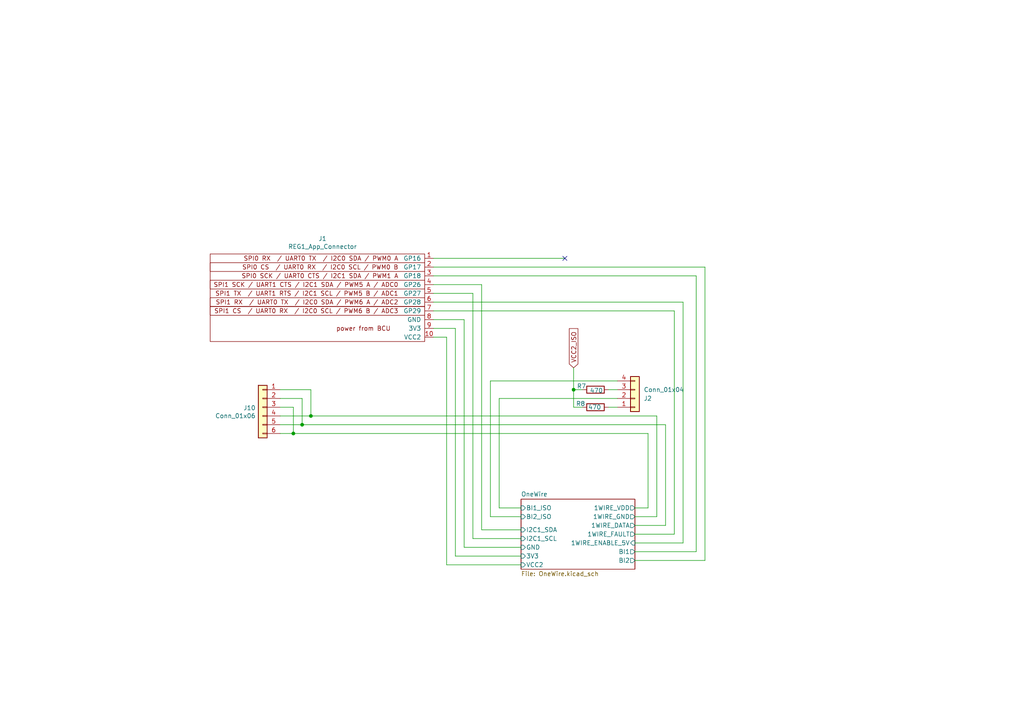
<source format=kicad_sch>
(kicad_sch (version 20250114) (generator "eeschema") (generator_version "9.0")
  (paper "A4")
  (lib_symbols
    (symbol "Connector_Generic:Conn_01x04" (pin_names (offset 1.016) (hide yes))
      (property "Reference" "J" (at 0 5.08 0))
      (property "Value" "Conn_01x04" (at 0 -7.62 0))
      (symbol "Conn_01x04_1_1"
        (rectangle (start -1.27 3.81) (end 1.27 -6.35) (stroke (width 0.254)) (fill (type background)))
        (rectangle (start -1.27 2.667) (end 0 2.413) (stroke (width 0.1524)))
        (rectangle (start -1.27 0.127) (end 0 -0.127) (stroke (width 0.1524)))
        (rectangle (start -1.27 -2.413) (end 0 -2.667) (stroke (width 0.1524)))
        (rectangle (start -1.27 -4.953) (end 0 -5.207) (stroke (width 0.1524)))
        (pin passive line (at -5.08 2.54 0) (length 3.81) (name "Pin_1") (number "1"))
        (pin passive line (at -5.08 0 0) (length 3.81) (name "Pin_2") (number "2"))
        (pin passive line (at -5.08 -2.54 0) (length 3.81) (name "Pin_3") (number "3"))
        (pin passive line (at -5.08 -5.08 0) (length 3.81) (name "Pin_4") (number "4"))
      )
    )
    (symbol "Connector_Generic:Conn_01x06" (pin_names (offset 1.016) (hide yes))
      (property "Reference" "J" (at 0 7.62 0))
      (property "Value" "Conn_01x06" (at 0 -10.16 0))
      (symbol "Conn_01x06_1_1"
        (rectangle (start -1.27 6.35) (end 1.27 -8.89) (stroke (width 0.254)) (fill (type background)))
        (rectangle (start -1.27 5.207) (end 0 4.953) (stroke (width 0.1524)))
        (rectangle (start -1.27 2.667) (end 0 2.413) (stroke (width 0.1524)))
        (rectangle (start -1.27 0.127) (end 0 -0.127) (stroke (width 0.1524)))
        (rectangle (start -1.27 -2.413) (end 0 -2.667) (stroke (width 0.1524)))
        (rectangle (start -1.27 -4.953) (end 0 -5.207) (stroke (width 0.1524)))
        (rectangle (start -1.27 -7.493) (end 0 -7.747) (stroke (width 0.1524)))
        (pin passive line (at -5.08 5.08 0) (length 3.81) (name "Pin_1") (number "1"))
        (pin passive line (at -5.08 2.54 0) (length 3.81) (name "Pin_2") (number "2"))
        (pin passive line (at -5.08 0 0) (length 3.81) (name "Pin_3") (number "3"))
        (pin passive line (at -5.08 -2.54 0) (length 3.81) (name "Pin_4") (number "4"))
        (pin passive line (at -5.08 -5.08 0) (length 3.81) (name "Pin_5") (number "5"))
        (pin passive line (at -5.08 -7.62 0) (length 3.81) (name "Pin_6") (number "6"))
      )
    )
    (symbol "Device:R" (pin_numbers (hide yes)) (pin_names (offset 0))
      (property "Reference" "R" (at 2.032 0 90))
      (property "Value" "R" (at 0 0 90))
      (symbol "R_0_1"
        (rectangle (start -1.016 -2.54) (end 1.016 2.54) (stroke (width 0.254)))
      )
      (symbol "R_1_1"
        (pin passive line (at 0 3.81 270) (length 1.27) (name "~") (number "1"))
        (pin passive line (at 0 -3.81 90) (length 1.27) (name "~") (number "2"))
      )
    )
    (symbol "OpenKNX:REG1_App_Connector" (pin_names (offset 1.016))
      (property "Reference" "J" (at 10.16 13.97 0))
      (property "Value" "REG1_App_Connector" (at 1.27 -13.97 0))
      (symbol "REG1_App_Connector_0_0"
        (rectangle (start -49.53 -2.54) (end 12.7 0))
        (rectangle (start 12.7 12.7) (end -49.53 -12.7))
        (rectangle (start 12.7 10.16) (end -49.53 7.62))
        (rectangle (start 12.7 2.54) (end -49.53 5.08))
        (rectangle (start 12.7 -5.08) (end -49.53 -2.54))
        (text "power from BCU" (at -5.08 -8.89 0) (effects (font (size 1.27 1.27))))
        (text "SPI0 RX  / UART0 TX  / I2C0 SDA / PWM0 A" (at 5.08 11.43 0) (effects (font (size 1.27 1.27)) (justify right)))
        (text "SPI0 CS  / UART0 RX  / I2C0 SCL / PWM0 B" (at 5.08 8.89 0) (effects (font (size 1.27 1.27)) (justify right)))
        (text "SPI0 SCK / UART0 CTS / I2C1 SDA / PWM1 A" (at 5.08 6.35 0) (effects (font (size 1.27 1.27)) (justify right)))
        (text "SPI1 SCK / UART1 CTS / I2C1 SDA / PWM5 A / ADC0" (at 5.08 3.81 0) (effects (font (size 1.27 1.27)) (justify right)))
        (text "SPI1 TX  / UART1 RTS / I2C1 SCL / PWM5 B / ADC1" (at 5.08 1.27 0) (effects (font (size 1.27 1.27)) (justify right)))
        (text "SPI1 RX  / UART0 TX  / I2C0 SDA / PWM6 A / ADC2" (at 5.08 -1.27 0) (effects (font (size 1.27 1.27)) (justify right)))
        (text "SPI1 CS  / UART0 RX  / I2C0 SCL / PWM6 B / ADC3" (at 5.08 -3.81 0) (effects (font (size 1.27 1.27)) (justify right)))
      )
      (symbol "REG1_App_Connector_1_1"
        (pin bidirectional line (at 15.24 11.43 180) (length 2.54) (name "GP16") (number "1"))
        (pin bidirectional line (at 15.24 8.89 180) (length 2.54) (name "GP17") (number "2"))
        (pin bidirectional line (at 15.24 6.35 180) (length 2.54) (name "GP18") (number "3"))
        (pin bidirectional line (at 15.24 3.81 180) (length 2.54) (name "GP26") (number "4"))
        (pin bidirectional line (at 15.24 1.27 180) (length 2.54) (name "GP27") (number "5"))
        (pin bidirectional line (at 15.24 -1.27 180) (length 2.54) (name "GP28") (number "6"))
        (pin bidirectional line (at 15.24 -3.81 180) (length 2.54) (name "GP29") (number "7"))
        (pin power_out line (at 15.24 -6.35 180) (length 2.54) (name "GND") (number "8"))
        (pin power_out line (at 15.24 -8.89 180) (length 2.54) (name "3V3") (number "9"))
        (pin power_out line (at 15.24 -11.43 180) (length 2.54) (name "VCC2") (number "10"))
      )
    )
  )
  (junction (at 85.09 125.73))
  (junction (at 90.17 120.65))
  (junction (at 166.37 113.03))
  (junction (at 87.63 123.19))
  (no_connect (at 163.83 74.93))
  (wire (pts (xy 184.15 160.02) (xy 201.93 160.02)))
  (wire (pts (xy 201.93 160.02) (xy 201.93 80.01)))
  (wire (pts (xy 166.37 118.11) (xy 166.37 113.03)))
  (wire (pts (xy 137.16 85.09) (xy 125.73 85.09)))
  (wire (pts (xy 139.7 82.55) (xy 125.73 82.55)))
  (wire (pts (xy 132.08 161.29) (xy 151.13 161.29)))
  (wire (pts (xy 139.7 153.67) (xy 151.13 153.67)))
  (wire (pts (xy 81.28 120.65) (xy 90.17 120.65)))
  (wire (pts (xy 81.28 123.19) (xy 87.63 123.19)))
  (wire (pts (xy 134.62 92.71) (xy 125.73 92.71)))
  (wire (pts (xy 193.04 123.19) (xy 193.04 152.4)))
  (wire (pts (xy 129.54 97.79) (xy 125.73 97.79)))
  (wire (pts (xy 90.17 113.03) (xy 90.17 120.65)))
  (wire (pts (xy 166.37 113.03) (xy 168.91 113.03)))
  (wire (pts (xy 90.17 120.65) (xy 190.5 120.65)))
  (wire (pts (xy 195.58 154.94) (xy 184.15 154.94)))
  (wire (pts (xy 139.7 82.55) (xy 139.7 153.67)))
  (wire (pts (xy 87.63 123.19) (xy 87.63 115.57)))
  (wire (pts (xy 204.47 162.56) (xy 204.47 77.47)))
  (wire (pts (xy 129.54 163.83) (xy 151.13 163.83)))
  (wire (pts (xy 187.96 125.73) (xy 187.96 147.32)))
  (wire (pts (xy 87.63 123.19) (xy 193.04 123.19)))
  (wire (pts (xy 134.62 92.71) (xy 134.62 158.75)))
  (wire (pts (xy 142.24 110.49) (xy 142.24 149.86)))
  (wire (pts (xy 176.53 113.03) (xy 179.07 113.03)))
  (wire (pts (xy 168.91 118.11) (xy 166.37 118.11)))
  (wire (pts (xy 184.15 147.32) (xy 187.96 147.32)))
  (wire (pts (xy 195.58 90.17) (xy 195.58 154.94)))
  (wire (pts (xy 184.15 162.56) (xy 204.47 162.56)))
  (wire (pts (xy 144.78 115.57) (xy 144.78 147.32)))
  (wire (pts (xy 151.13 149.86) (xy 142.24 149.86)))
  (wire (pts (xy 137.16 85.09) (xy 137.16 156.21)))
  (wire (pts (xy 198.12 87.63) (xy 198.12 157.48)))
  (wire (pts (xy 85.09 125.73) (xy 85.09 118.11)))
  (wire (pts (xy 85.09 125.73) (xy 187.96 125.73)))
  (wire (pts (xy 125.73 90.17) (xy 195.58 90.17)))
  (wire (pts (xy 129.54 97.79) (xy 129.54 163.83)))
  (wire (pts (xy 125.73 77.47) (xy 204.47 77.47)))
  (wire (pts (xy 81.28 125.73) (xy 85.09 125.73)))
  (wire (pts (xy 134.62 158.75) (xy 151.13 158.75)))
  (wire (pts (xy 125.73 74.93) (xy 163.83 74.93)))
  (wire (pts (xy 142.24 110.49) (xy 179.07 110.49)))
  (wire (pts (xy 125.73 80.01) (xy 201.93 80.01)))
  (wire (pts (xy 184.15 152.4) (xy 193.04 152.4)))
  (wire (pts (xy 184.15 149.86) (xy 190.5 149.86)))
  (wire (pts (xy 90.17 113.03) (xy 81.28 113.03)))
  (wire (pts (xy 144.78 115.57) (xy 179.07 115.57)))
  (wire (pts (xy 190.5 120.65) (xy 190.5 149.86)))
  (wire (pts (xy 176.53 118.11) (xy 179.07 118.11)))
  (wire (pts (xy 81.28 115.57) (xy 87.63 115.57)))
  (wire (pts (xy 184.15 157.48) (xy 198.12 157.48)))
  (wire (pts (xy 125.73 87.63) (xy 198.12 87.63)))
  (wire (pts (xy 132.08 95.25) (xy 132.08 161.29)))
  (wire (pts (xy 166.37 113.03) (xy 166.37 106.68)))
  (wire (pts (xy 132.08 95.25) (xy 125.73 95.25)))
  (wire (pts (xy 137.16 156.21) (xy 151.13 156.21)))
  (wire (pts (xy 81.28 118.11) (xy 85.09 118.11)))
  (wire (pts (xy 144.78 147.32) (xy 151.13 147.32)))
  (global_label "VCC2_ISO" (shape input) (at 166.37 106.68 90) (property "Intersheetrefs" "${INTERSHEET_REFS}" (effects (hide yes))))
  (symbol (lib_id "Connector_Generic:Conn_01x06") (at 76.2 118.11 0) (mirror y) (unit 1) (in_bom no)
    (property "Reference" "J10" (at 74.168 118.3132 0) (effects (justify left)))
    (property "Value" "Conn_01x06" (at 74.168 120.6246 0) (effects (justify left)))
    (property "Footprint" "Connector_Phoenix_MC:PhoenixContact_MC_1,5_6-G-3.5_1x06_P3.50mm_Horizontal" (effects (hide yes)))
    (property "LCSC" "C441175" (effects (hide yes)))
  )
  (symbol (lib_id "OpenKNX:REG1_App_Connector") (at 110.49 86.36 0) (unit 1)
    (property "Reference" "J1" (at 93.5482 69.215 0))
    (property "Value" "REG1_App_Connector" (at 93.5482 71.5264 0))
    (property "Footprint" "Connector_PinHeader_2.54mm:PinHeader_1x10_P2.54mm_Horizontal" (effects (hide yes)))
    (property "LCSC" "C706873" (effects (hide yes)))
  )
  (symbol (lib_id "Device:R") (at 172.72 113.03 90) (unit 1)
    (property "Reference" "R7" (at 168.656 112.014 90))
    (property "Value" "470" (at 172.974 113.284 90))
    (property "Footprint" "Resistor_SMD:R_0603_1608Metric" (effects (hide yes)))
    (property "Description" "Resistor" (effects (hide yes)))
    (property "MPN" "C23179" (effects (hide yes)))
  )
  (symbol (lib_id "Connector_Generic:Conn_01x04") (at 184.15 115.57 0) (mirror x) (unit 1) (in_bom no)
    (property "Reference" "J2" (at 186.69 115.5701 0) (effects (justify left)))
    (property "Value" "Conn_01x04" (at 186.69 113.0301 0) (effects (justify left)))
    (property "Footprint" "Connector_Phoenix_MC:PhoenixContact_MC_1,5_4-G-3.5_1x04_P3.50mm_Horizontal" (effects (hide yes)))
    (property "Description" "Generic connector, single row, 01x04, script generated (kicad-library-utils/schlib/autogen/connector/)" (effects (hide yes)))
  )
  (symbol (lib_id "Device:R") (at 172.72 118.11 90) (unit 1)
    (property "Reference" "R8" (at 168.402 117.094 90))
    (property "Value" "470" (at 172.466 118.11 90))
    (property "Footprint" "Resistor_SMD:R_0603_1608Metric" (effects (hide yes)))
    (property "Description" "Resistor" (effects (hide yes)))
    (property "MPN" "C23179" (effects (hide yes)))
  )
  (sheet (at 151.13 144.78) (size 33.02 20.32) (stroke (width 0.1524))
    (property "Sheetname" "OneWire" (at 151.13 144.0684 0) (effects (justify left bottom)))
    (property "Sheetfile" "OneWire.kicad_sch" (at 151.13 165.6846 0) (effects (justify left top)))
    (pin "3V3" input (at 151.13 161.29 180))
    (pin "GND" input (at 151.13 158.75 180))
    (pin "I2C1_SCL" input (at 151.13 156.21 180))
    (pin "I2C1_SDA" input (at 151.13 153.67 180))
    (pin "VCC2" input (at 151.13 163.83 180))
    (pin "1WIRE_DATA" output (at 184.15 152.4 0))
    (pin "1WIRE_FAULT" output (at 184.15 154.94 0))
    (pin "1WIRE_GND" output (at 184.15 149.86 0))
    (pin "1WIRE_VDD" output (at 184.15 147.32 0))
    (pin "1WIRE_ENABLE_5V" input (at 184.15 157.48 0))
    (pin "BI1" output (at 184.15 160.02 0))
    (pin "BI2" output (at 184.15 162.56 0))
    (pin "BI2_ISO" input (at 151.13 149.86 180))
    (pin "BI1_ISO" input (at 151.13 147.32 180))
  )
)
</source>
